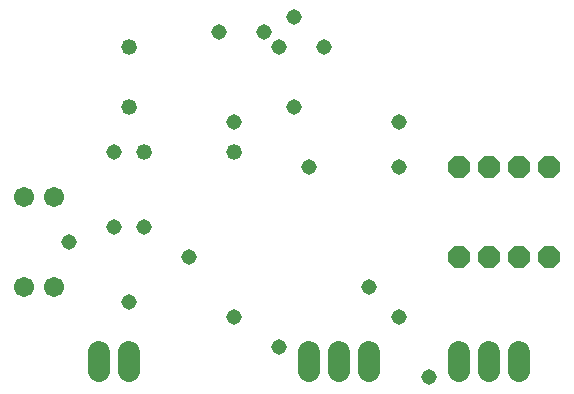
<source format=gbs>
G75*
%MOIN*%
%OFA0B0*%
%FSLAX24Y24*%
%IPPOS*%
%LPD*%
%AMOC8*
5,1,8,0,0,1.08239X$1,22.5*
%
%ADD10OC8,0.0710*%
%ADD11C,0.0674*%
%ADD12C,0.0720*%
%ADD13C,0.0520*%
%ADD14C,0.0516*%
D10*
X015680Y005050D03*
X016680Y005050D03*
X017680Y005050D03*
X018680Y005050D03*
X018680Y008050D03*
X017680Y008050D03*
X016680Y008050D03*
X015680Y008050D03*
D11*
X002180Y007050D03*
X001180Y007050D03*
X001180Y004050D03*
X002180Y004050D03*
D12*
X003680Y001870D02*
X003680Y001230D01*
X004680Y001230D02*
X004680Y001870D01*
X010680Y001870D02*
X010680Y001230D01*
X011680Y001230D02*
X011680Y001870D01*
X012680Y001870D02*
X012680Y001230D01*
X015680Y001230D02*
X015680Y001870D01*
X016680Y001870D02*
X016680Y001230D01*
X017680Y001230D02*
X017680Y001870D01*
D13*
X008180Y008550D03*
X005180Y008550D03*
X004680Y010050D03*
X004680Y012050D03*
D14*
X007680Y012550D03*
X009180Y012550D03*
X009680Y012050D03*
X010180Y013050D03*
X011180Y012050D03*
X010180Y010050D03*
X008180Y009550D03*
X010680Y008050D03*
X013680Y008050D03*
X013680Y009550D03*
X006680Y005050D03*
X005180Y006050D03*
X004180Y006050D03*
X002680Y005550D03*
X004680Y003550D03*
X008180Y003050D03*
X009680Y002050D03*
X012680Y004050D03*
X013680Y003050D03*
X014680Y001050D03*
X004180Y008550D03*
M02*

</source>
